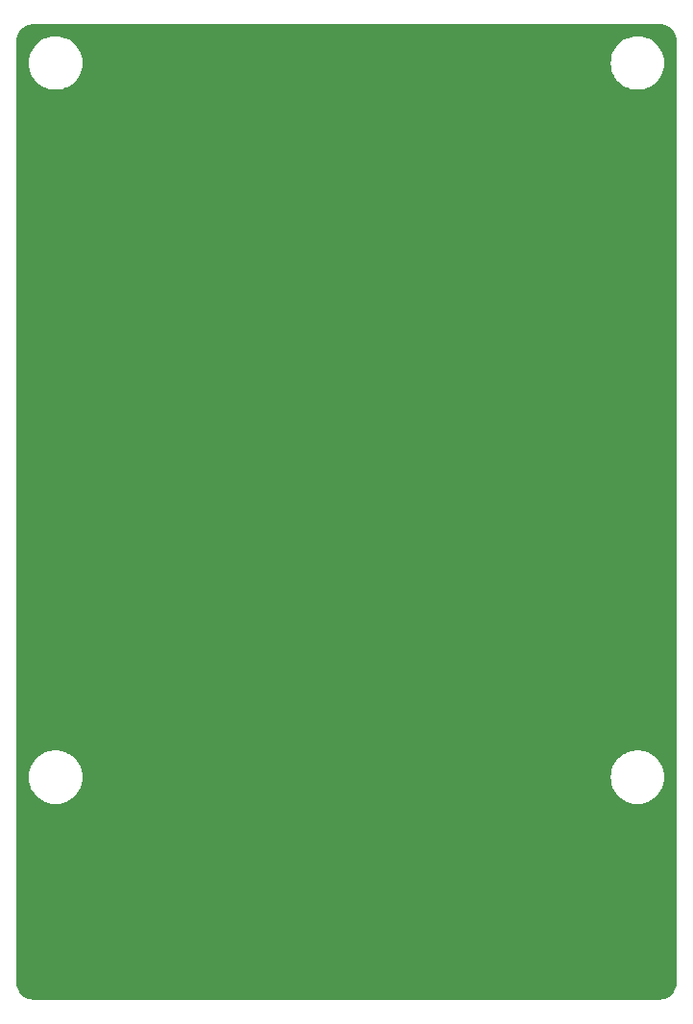
<source format=gtl>
%TF.GenerationSoftware,KiCad,Pcbnew,(6.0.4)*%
%TF.CreationDate,2022-08-26T14:00:32+02:00*%
%TF.ProjectId,Little Big Scroll 6 - Rear Plate,4c697474-6c65-4204-9269-67205363726f,v1.1*%
%TF.SameCoordinates,Original*%
%TF.FileFunction,Copper,L1,Top*%
%TF.FilePolarity,Positive*%
%FSLAX46Y46*%
G04 Gerber Fmt 4.6, Leading zero omitted, Abs format (unit mm)*
G04 Created by KiCad (PCBNEW (6.0.4)) date 2022-08-26 14:00:32*
%MOMM*%
%LPD*%
G01*
G04 APERTURE LIST*
G04 APERTURE END LIST*
%TA.AperFunction,NonConductor*%
G36*
X137860018Y-46290000D02*
G01*
X137874851Y-46292310D01*
X137874855Y-46292310D01*
X137883724Y-46293691D01*
X137898981Y-46291696D01*
X137924302Y-46290953D01*
X138073048Y-46301592D01*
X138093328Y-46303042D01*
X138111122Y-46305600D01*
X138301512Y-46347017D01*
X138318759Y-46352081D01*
X138501318Y-46420172D01*
X138517667Y-46427639D01*
X138688674Y-46521016D01*
X138703798Y-46530736D01*
X138859771Y-46647496D01*
X138873357Y-46659268D01*
X139011131Y-46797041D01*
X139022904Y-46810628D01*
X139139666Y-46966604D01*
X139149385Y-46981727D01*
X139242760Y-47152730D01*
X139250227Y-47169080D01*
X139306208Y-47319172D01*
X139318319Y-47351643D01*
X139323383Y-47368891D01*
X139364799Y-47559271D01*
X139367358Y-47577067D01*
X139378939Y-47738996D01*
X139378190Y-47757006D01*
X139378090Y-47765249D01*
X139376708Y-47774123D01*
X139379510Y-47795548D01*
X139380835Y-47805680D01*
X139381899Y-47822019D01*
X139381895Y-48551923D01*
X139381500Y-130740235D01*
X139380000Y-130759618D01*
X139376309Y-130783325D01*
X139378188Y-130797690D01*
X139378304Y-130798577D01*
X139379047Y-130823906D01*
X139366958Y-130992934D01*
X139364400Y-131010725D01*
X139333223Y-131154037D01*
X139322983Y-131201109D01*
X139317919Y-131218357D01*
X139305808Y-131250828D01*
X139253484Y-131391117D01*
X139249829Y-131400916D01*
X139242360Y-131417270D01*
X139148985Y-131588273D01*
X139139266Y-131603396D01*
X139022501Y-131759376D01*
X139010728Y-131772962D01*
X138872962Y-131910728D01*
X138859376Y-131922501D01*
X138703396Y-132039266D01*
X138688277Y-132048983D01*
X138517267Y-132142362D01*
X138500920Y-132149827D01*
X138350828Y-132205808D01*
X138318357Y-132217919D01*
X138301108Y-132222983D01*
X138110725Y-132264400D01*
X138092938Y-132266957D01*
X137930996Y-132278540D01*
X137913036Y-132277793D01*
X137904756Y-132277692D01*
X137895877Y-132276309D01*
X137871890Y-132279446D01*
X137864312Y-132280437D01*
X137847974Y-132281501D01*
X112651583Y-132281682D01*
X82699759Y-132281898D01*
X82680376Y-132280398D01*
X82674987Y-132279559D01*
X82665548Y-132278089D01*
X82665545Y-132278089D01*
X82656675Y-132276708D01*
X82641418Y-132278703D01*
X82616097Y-132279446D01*
X82447062Y-132267356D01*
X82429275Y-132264799D01*
X82238892Y-132223382D01*
X82221643Y-132218318D01*
X82189172Y-132206207D01*
X82039080Y-132150226D01*
X82022733Y-132142761D01*
X81851723Y-132049382D01*
X81836604Y-132039665D01*
X81680625Y-131922900D01*
X81667039Y-131911127D01*
X81529273Y-131773361D01*
X81517500Y-131759775D01*
X81400735Y-131603795D01*
X81391016Y-131588672D01*
X81297642Y-131417671D01*
X81290173Y-131401317D01*
X81222082Y-131218758D01*
X81217017Y-131201509D01*
X81175601Y-131011122D01*
X81173043Y-130993327D01*
X81161720Y-130835005D01*
X81162805Y-130812241D01*
X81162334Y-130812199D01*
X81162769Y-130807351D01*
X81163576Y-130802552D01*
X81163729Y-130790000D01*
X81159773Y-130762376D01*
X81158500Y-130744514D01*
X81158500Y-112685000D01*
X82236439Y-112685000D01*
X82256660Y-112993507D01*
X82316975Y-113296735D01*
X82416354Y-113589496D01*
X82418177Y-113593192D01*
X82418180Y-113593200D01*
X82528721Y-113817352D01*
X82553096Y-113866780D01*
X82555390Y-113870213D01*
X82555391Y-113870214D01*
X82724861Y-114123845D01*
X82727575Y-114126939D01*
X82727579Y-114126945D01*
X82926001Y-114353201D01*
X82928710Y-114356290D01*
X82931799Y-114358999D01*
X83158055Y-114557421D01*
X83158061Y-114557425D01*
X83161155Y-114560139D01*
X83164581Y-114562428D01*
X83164586Y-114562432D01*
X83414785Y-114729609D01*
X83418220Y-114731904D01*
X83421923Y-114733730D01*
X83691800Y-114866820D01*
X83691808Y-114866823D01*
X83695504Y-114868646D01*
X83699419Y-114869975D01*
X83984358Y-114966699D01*
X83984361Y-114966700D01*
X83988265Y-114968025D01*
X84214961Y-115013117D01*
X84287450Y-115027536D01*
X84287453Y-115027536D01*
X84291493Y-115028340D01*
X84295604Y-115028609D01*
X84295608Y-115028610D01*
X84520737Y-115043366D01*
X84520746Y-115043366D01*
X84522786Y-115043500D01*
X84677214Y-115043500D01*
X84679254Y-115043366D01*
X84679263Y-115043366D01*
X84904392Y-115028610D01*
X84904396Y-115028609D01*
X84908507Y-115028340D01*
X84912547Y-115027536D01*
X84912550Y-115027536D01*
X84985039Y-115013117D01*
X85211735Y-114968025D01*
X85215639Y-114966700D01*
X85215642Y-114966699D01*
X85500581Y-114869975D01*
X85504496Y-114868646D01*
X85508192Y-114866823D01*
X85508200Y-114866820D01*
X85778077Y-114733730D01*
X85781780Y-114731904D01*
X85785215Y-114729609D01*
X86035414Y-114562432D01*
X86035419Y-114562428D01*
X86038845Y-114560139D01*
X86041939Y-114557425D01*
X86041945Y-114557421D01*
X86268201Y-114358999D01*
X86271290Y-114356290D01*
X86273999Y-114353201D01*
X86472421Y-114126945D01*
X86472425Y-114126939D01*
X86475139Y-114123845D01*
X86646904Y-113866781D01*
X86783646Y-113589496D01*
X86883025Y-113296735D01*
X86943340Y-112993507D01*
X86963561Y-112685000D01*
X133576439Y-112685000D01*
X133596660Y-112993507D01*
X133656975Y-113296735D01*
X133756354Y-113589496D01*
X133758177Y-113593192D01*
X133758180Y-113593200D01*
X133868721Y-113817352D01*
X133893096Y-113866780D01*
X133895390Y-113870213D01*
X133895391Y-113870214D01*
X134064861Y-114123845D01*
X134067575Y-114126939D01*
X134067579Y-114126945D01*
X134266001Y-114353201D01*
X134268710Y-114356290D01*
X134271799Y-114358999D01*
X134498055Y-114557421D01*
X134498061Y-114557425D01*
X134501155Y-114560139D01*
X134504581Y-114562428D01*
X134504586Y-114562432D01*
X134754785Y-114729609D01*
X134758220Y-114731904D01*
X134761923Y-114733730D01*
X135031800Y-114866820D01*
X135031808Y-114866823D01*
X135035504Y-114868646D01*
X135039419Y-114869975D01*
X135324358Y-114966699D01*
X135324361Y-114966700D01*
X135328265Y-114968025D01*
X135554961Y-115013117D01*
X135627450Y-115027536D01*
X135627453Y-115027536D01*
X135631493Y-115028340D01*
X135635604Y-115028609D01*
X135635608Y-115028610D01*
X135860737Y-115043366D01*
X135860746Y-115043366D01*
X135862786Y-115043500D01*
X136017214Y-115043500D01*
X136019254Y-115043366D01*
X136019263Y-115043366D01*
X136244392Y-115028610D01*
X136244396Y-115028609D01*
X136248507Y-115028340D01*
X136252547Y-115027536D01*
X136252550Y-115027536D01*
X136325039Y-115013117D01*
X136551735Y-114968025D01*
X136555639Y-114966700D01*
X136555642Y-114966699D01*
X136840581Y-114869975D01*
X136844496Y-114868646D01*
X136848192Y-114866823D01*
X136848200Y-114866820D01*
X137118077Y-114733730D01*
X137121780Y-114731904D01*
X137125215Y-114729609D01*
X137375414Y-114562432D01*
X137375419Y-114562428D01*
X137378845Y-114560139D01*
X137381939Y-114557425D01*
X137381945Y-114557421D01*
X137608201Y-114358999D01*
X137611290Y-114356290D01*
X137613999Y-114353201D01*
X137812421Y-114126945D01*
X137812425Y-114126939D01*
X137815139Y-114123845D01*
X137986904Y-113866781D01*
X138123646Y-113589496D01*
X138223025Y-113296735D01*
X138283340Y-112993507D01*
X138303561Y-112685000D01*
X138283340Y-112376493D01*
X138223025Y-112073265D01*
X138123646Y-111780504D01*
X138121822Y-111776806D01*
X138121820Y-111776800D01*
X137988730Y-111506923D01*
X137986904Y-111503220D01*
X137984610Y-111499787D01*
X137984609Y-111499785D01*
X137817432Y-111249586D01*
X137817428Y-111249581D01*
X137815139Y-111246155D01*
X137812425Y-111243061D01*
X137812421Y-111243055D01*
X137613999Y-111016799D01*
X137611290Y-111013710D01*
X137608201Y-111011001D01*
X137381945Y-110812579D01*
X137381939Y-110812575D01*
X137378845Y-110809861D01*
X137375419Y-110807572D01*
X137375414Y-110807568D01*
X137125215Y-110640391D01*
X137125213Y-110640390D01*
X137121780Y-110638096D01*
X137072352Y-110613721D01*
X136848200Y-110503180D01*
X136848192Y-110503177D01*
X136844496Y-110501354D01*
X136840581Y-110500025D01*
X136555642Y-110403301D01*
X136555639Y-110403300D01*
X136551735Y-110401975D01*
X136325039Y-110356883D01*
X136252550Y-110342464D01*
X136252547Y-110342464D01*
X136248507Y-110341660D01*
X136244396Y-110341391D01*
X136244392Y-110341390D01*
X136019263Y-110326634D01*
X136019254Y-110326634D01*
X136017214Y-110326500D01*
X135862786Y-110326500D01*
X135860746Y-110326634D01*
X135860737Y-110326634D01*
X135635608Y-110341390D01*
X135635604Y-110341391D01*
X135631493Y-110341660D01*
X135627453Y-110342464D01*
X135627450Y-110342464D01*
X135554961Y-110356883D01*
X135328265Y-110401975D01*
X135324361Y-110403300D01*
X135324358Y-110403301D01*
X135039419Y-110500025D01*
X135035504Y-110501354D01*
X135031808Y-110503177D01*
X135031800Y-110503180D01*
X134807648Y-110613721D01*
X134758220Y-110638096D01*
X134754787Y-110640390D01*
X134754785Y-110640391D01*
X134504586Y-110807568D01*
X134504581Y-110807572D01*
X134501155Y-110809861D01*
X134498061Y-110812575D01*
X134498055Y-110812579D01*
X134271799Y-111011001D01*
X134268710Y-111013710D01*
X134266001Y-111016799D01*
X134067579Y-111243055D01*
X134067575Y-111243061D01*
X134064861Y-111246155D01*
X133893096Y-111503219D01*
X133756354Y-111780504D01*
X133656975Y-112073265D01*
X133596660Y-112376493D01*
X133576439Y-112685000D01*
X86963561Y-112685000D01*
X86943340Y-112376493D01*
X86883025Y-112073265D01*
X86783646Y-111780504D01*
X86781822Y-111776806D01*
X86781820Y-111776800D01*
X86648730Y-111506923D01*
X86646904Y-111503220D01*
X86644610Y-111499787D01*
X86644609Y-111499785D01*
X86477432Y-111249586D01*
X86477428Y-111249581D01*
X86475139Y-111246155D01*
X86472425Y-111243061D01*
X86472421Y-111243055D01*
X86273999Y-111016799D01*
X86271290Y-111013710D01*
X86268201Y-111011001D01*
X86041945Y-110812579D01*
X86041939Y-110812575D01*
X86038845Y-110809861D01*
X86035419Y-110807572D01*
X86035414Y-110807568D01*
X85785215Y-110640391D01*
X85785213Y-110640390D01*
X85781780Y-110638096D01*
X85732352Y-110613721D01*
X85508200Y-110503180D01*
X85508192Y-110503177D01*
X85504496Y-110501354D01*
X85500581Y-110500025D01*
X85215642Y-110403301D01*
X85215639Y-110403300D01*
X85211735Y-110401975D01*
X84985039Y-110356883D01*
X84912550Y-110342464D01*
X84912547Y-110342464D01*
X84908507Y-110341660D01*
X84904396Y-110341391D01*
X84904392Y-110341390D01*
X84679263Y-110326634D01*
X84679254Y-110326634D01*
X84677214Y-110326500D01*
X84522786Y-110326500D01*
X84520746Y-110326634D01*
X84520737Y-110326634D01*
X84295608Y-110341390D01*
X84295604Y-110341391D01*
X84291493Y-110341660D01*
X84287453Y-110342464D01*
X84287450Y-110342464D01*
X84214961Y-110356883D01*
X83988265Y-110401975D01*
X83984361Y-110403300D01*
X83984358Y-110403301D01*
X83699419Y-110500025D01*
X83695504Y-110501354D01*
X83691808Y-110503177D01*
X83691800Y-110503180D01*
X83467648Y-110613721D01*
X83418220Y-110638096D01*
X83414787Y-110640390D01*
X83414785Y-110640391D01*
X83164586Y-110807568D01*
X83164581Y-110807572D01*
X83161155Y-110809861D01*
X83158061Y-110812575D01*
X83158055Y-110812579D01*
X82931799Y-111011001D01*
X82928710Y-111013710D01*
X82926001Y-111016799D01*
X82727579Y-111243055D01*
X82727575Y-111243061D01*
X82724861Y-111246155D01*
X82553096Y-111503219D01*
X82416354Y-111780504D01*
X82316975Y-112073265D01*
X82256660Y-112376493D01*
X82236439Y-112685000D01*
X81158500Y-112685000D01*
X81158500Y-49730000D01*
X82236439Y-49730000D01*
X82256660Y-50038507D01*
X82316975Y-50341735D01*
X82416354Y-50634496D01*
X82418177Y-50638192D01*
X82418180Y-50638200D01*
X82528721Y-50862352D01*
X82553096Y-50911780D01*
X82555390Y-50915213D01*
X82555391Y-50915214D01*
X82724861Y-51168845D01*
X82727575Y-51171939D01*
X82727579Y-51171945D01*
X82926001Y-51398201D01*
X82928710Y-51401290D01*
X82931799Y-51403999D01*
X83158055Y-51602421D01*
X83158061Y-51602425D01*
X83161155Y-51605139D01*
X83164581Y-51607428D01*
X83164586Y-51607432D01*
X83414785Y-51774609D01*
X83418220Y-51776904D01*
X83421923Y-51778730D01*
X83691800Y-51911820D01*
X83691808Y-51911823D01*
X83695504Y-51913646D01*
X83699419Y-51914975D01*
X83984358Y-52011699D01*
X83984361Y-52011700D01*
X83988265Y-52013025D01*
X84214961Y-52058117D01*
X84287450Y-52072536D01*
X84287453Y-52072536D01*
X84291493Y-52073340D01*
X84295604Y-52073609D01*
X84295608Y-52073610D01*
X84520737Y-52088366D01*
X84520746Y-52088366D01*
X84522786Y-52088500D01*
X84677214Y-52088500D01*
X84679254Y-52088366D01*
X84679263Y-52088366D01*
X84904392Y-52073610D01*
X84904396Y-52073609D01*
X84908507Y-52073340D01*
X84912547Y-52072536D01*
X84912550Y-52072536D01*
X84985039Y-52058117D01*
X85211735Y-52013025D01*
X85215639Y-52011700D01*
X85215642Y-52011699D01*
X85500581Y-51914975D01*
X85504496Y-51913646D01*
X85508192Y-51911823D01*
X85508200Y-51911820D01*
X85778077Y-51778730D01*
X85781780Y-51776904D01*
X85785215Y-51774609D01*
X86035414Y-51607432D01*
X86035419Y-51607428D01*
X86038845Y-51605139D01*
X86041939Y-51602425D01*
X86041945Y-51602421D01*
X86268201Y-51403999D01*
X86271290Y-51401290D01*
X86273999Y-51398201D01*
X86472421Y-51171945D01*
X86472425Y-51171939D01*
X86475139Y-51168845D01*
X86646904Y-50911781D01*
X86783646Y-50634496D01*
X86883025Y-50341735D01*
X86943340Y-50038507D01*
X86963561Y-49730000D01*
X133576439Y-49730000D01*
X133596660Y-50038507D01*
X133656975Y-50341735D01*
X133756354Y-50634496D01*
X133758177Y-50638192D01*
X133758180Y-50638200D01*
X133868721Y-50862352D01*
X133893096Y-50911780D01*
X133895390Y-50915213D01*
X133895391Y-50915214D01*
X134064861Y-51168845D01*
X134067575Y-51171939D01*
X134067579Y-51171945D01*
X134266001Y-51398201D01*
X134268710Y-51401290D01*
X134271799Y-51403999D01*
X134498055Y-51602421D01*
X134498061Y-51602425D01*
X134501155Y-51605139D01*
X134504581Y-51607428D01*
X134504586Y-51607432D01*
X134754785Y-51774609D01*
X134758220Y-51776904D01*
X134761923Y-51778730D01*
X135031800Y-51911820D01*
X135031808Y-51911823D01*
X135035504Y-51913646D01*
X135039419Y-51914975D01*
X135324358Y-52011699D01*
X135324361Y-52011700D01*
X135328265Y-52013025D01*
X135554961Y-52058117D01*
X135627450Y-52072536D01*
X135627453Y-52072536D01*
X135631493Y-52073340D01*
X135635604Y-52073609D01*
X135635608Y-52073610D01*
X135860737Y-52088366D01*
X135860746Y-52088366D01*
X135862786Y-52088500D01*
X136017214Y-52088500D01*
X136019254Y-52088366D01*
X136019263Y-52088366D01*
X136244392Y-52073610D01*
X136244396Y-52073609D01*
X136248507Y-52073340D01*
X136252547Y-52072536D01*
X136252550Y-52072536D01*
X136325039Y-52058117D01*
X136551735Y-52013025D01*
X136555639Y-52011700D01*
X136555642Y-52011699D01*
X136840581Y-51914975D01*
X136844496Y-51913646D01*
X136848192Y-51911823D01*
X136848200Y-51911820D01*
X137118077Y-51778730D01*
X137121780Y-51776904D01*
X137125215Y-51774609D01*
X137375414Y-51607432D01*
X137375419Y-51607428D01*
X137378845Y-51605139D01*
X137381939Y-51602425D01*
X137381945Y-51602421D01*
X137608201Y-51403999D01*
X137611290Y-51401290D01*
X137613999Y-51398201D01*
X137812421Y-51171945D01*
X137812425Y-51171939D01*
X137815139Y-51168845D01*
X137986904Y-50911781D01*
X138123646Y-50634496D01*
X138223025Y-50341735D01*
X138283340Y-50038507D01*
X138303561Y-49730000D01*
X138283340Y-49421493D01*
X138223025Y-49118265D01*
X138123646Y-48825504D01*
X138121822Y-48821806D01*
X138121820Y-48821800D01*
X137988730Y-48551923D01*
X137986904Y-48548220D01*
X137984610Y-48544787D01*
X137984609Y-48544785D01*
X137817432Y-48294586D01*
X137817428Y-48294581D01*
X137815139Y-48291155D01*
X137812425Y-48288061D01*
X137812421Y-48288055D01*
X137613999Y-48061799D01*
X137611290Y-48058710D01*
X137608201Y-48056001D01*
X137381945Y-47857579D01*
X137381939Y-47857575D01*
X137378845Y-47854861D01*
X137375419Y-47852572D01*
X137375414Y-47852568D01*
X137125215Y-47685391D01*
X137125213Y-47685390D01*
X137121780Y-47683096D01*
X136906776Y-47577067D01*
X136848200Y-47548180D01*
X136848192Y-47548177D01*
X136844496Y-47546354D01*
X136840581Y-47545025D01*
X136555642Y-47448301D01*
X136555639Y-47448300D01*
X136551735Y-47446975D01*
X136325039Y-47401883D01*
X136252550Y-47387464D01*
X136252547Y-47387464D01*
X136248507Y-47386660D01*
X136244396Y-47386391D01*
X136244392Y-47386390D01*
X136019263Y-47371634D01*
X136019254Y-47371634D01*
X136017214Y-47371500D01*
X135862786Y-47371500D01*
X135860746Y-47371634D01*
X135860737Y-47371634D01*
X135635608Y-47386390D01*
X135635604Y-47386391D01*
X135631493Y-47386660D01*
X135627453Y-47387464D01*
X135627450Y-47387464D01*
X135554961Y-47401883D01*
X135328265Y-47446975D01*
X135324361Y-47448300D01*
X135324358Y-47448301D01*
X135039419Y-47545025D01*
X135035504Y-47546354D01*
X135031808Y-47548177D01*
X135031800Y-47548180D01*
X134973224Y-47577067D01*
X134758220Y-47683096D01*
X134754787Y-47685390D01*
X134754785Y-47685391D01*
X134504586Y-47852568D01*
X134504581Y-47852572D01*
X134501155Y-47854861D01*
X134498061Y-47857575D01*
X134498055Y-47857579D01*
X134271799Y-48056001D01*
X134268710Y-48058710D01*
X134266001Y-48061799D01*
X134067579Y-48288055D01*
X134067575Y-48288061D01*
X134064861Y-48291155D01*
X133893096Y-48548219D01*
X133756354Y-48825504D01*
X133656975Y-49118265D01*
X133596660Y-49421493D01*
X133576439Y-49730000D01*
X86963561Y-49730000D01*
X86943340Y-49421493D01*
X86883025Y-49118265D01*
X86783646Y-48825504D01*
X86781822Y-48821806D01*
X86781820Y-48821800D01*
X86648730Y-48551923D01*
X86646904Y-48548220D01*
X86644610Y-48544787D01*
X86644609Y-48544785D01*
X86477432Y-48294586D01*
X86477428Y-48294581D01*
X86475139Y-48291155D01*
X86472425Y-48288061D01*
X86472421Y-48288055D01*
X86273999Y-48061799D01*
X86271290Y-48058710D01*
X86268201Y-48056001D01*
X86041945Y-47857579D01*
X86041939Y-47857575D01*
X86038845Y-47854861D01*
X86035419Y-47852572D01*
X86035414Y-47852568D01*
X85785215Y-47685391D01*
X85785213Y-47685390D01*
X85781780Y-47683096D01*
X85566776Y-47577067D01*
X85508200Y-47548180D01*
X85508192Y-47548177D01*
X85504496Y-47546354D01*
X85500581Y-47545025D01*
X85215642Y-47448301D01*
X85215639Y-47448300D01*
X85211735Y-47446975D01*
X84985039Y-47401883D01*
X84912550Y-47387464D01*
X84912547Y-47387464D01*
X84908507Y-47386660D01*
X84904396Y-47386391D01*
X84904392Y-47386390D01*
X84679263Y-47371634D01*
X84679254Y-47371634D01*
X84677214Y-47371500D01*
X84522786Y-47371500D01*
X84520746Y-47371634D01*
X84520737Y-47371634D01*
X84295608Y-47386390D01*
X84295604Y-47386391D01*
X84291493Y-47386660D01*
X84287453Y-47387464D01*
X84287450Y-47387464D01*
X84214961Y-47401883D01*
X83988265Y-47446975D01*
X83984361Y-47448300D01*
X83984358Y-47448301D01*
X83699419Y-47545025D01*
X83695504Y-47546354D01*
X83691808Y-47548177D01*
X83691800Y-47548180D01*
X83633224Y-47577067D01*
X83418220Y-47683096D01*
X83414787Y-47685390D01*
X83414785Y-47685391D01*
X83164586Y-47852568D01*
X83164581Y-47852572D01*
X83161155Y-47854861D01*
X83158061Y-47857575D01*
X83158055Y-47857579D01*
X82931799Y-48056001D01*
X82928710Y-48058710D01*
X82926001Y-48061799D01*
X82727579Y-48288055D01*
X82727575Y-48288061D01*
X82724861Y-48291155D01*
X82553096Y-48548219D01*
X82416354Y-48825504D01*
X82316975Y-49118265D01*
X82256660Y-49421493D01*
X82236439Y-49730000D01*
X81158500Y-49730000D01*
X81158500Y-47829766D01*
X81160000Y-47810381D01*
X81162310Y-47795548D01*
X81162310Y-47795544D01*
X81163691Y-47786675D01*
X81161696Y-47771418D01*
X81160953Y-47746094D01*
X81165459Y-47683096D01*
X81173043Y-47577062D01*
X81175601Y-47559271D01*
X81217017Y-47368891D01*
X81222081Y-47351643D01*
X81234192Y-47319172D01*
X81290173Y-47169080D01*
X81297640Y-47152730D01*
X81391015Y-46981727D01*
X81400734Y-46966604D01*
X81517499Y-46810624D01*
X81529272Y-46797038D01*
X81667038Y-46659272D01*
X81680624Y-46647499D01*
X81727612Y-46612324D01*
X81836607Y-46530732D01*
X81851723Y-46521017D01*
X82022733Y-46427638D01*
X82039080Y-46420173D01*
X82221642Y-46352081D01*
X82238891Y-46347017D01*
X82285963Y-46336777D01*
X82429275Y-46305600D01*
X82447062Y-46303043D01*
X82609004Y-46291460D01*
X82626964Y-46292207D01*
X82635244Y-46292308D01*
X82644123Y-46293691D01*
X82675685Y-46289564D01*
X82692020Y-46288500D01*
X137840633Y-46288500D01*
X137860018Y-46290000D01*
G37*
%TD.AperFunction*%
M02*

</source>
